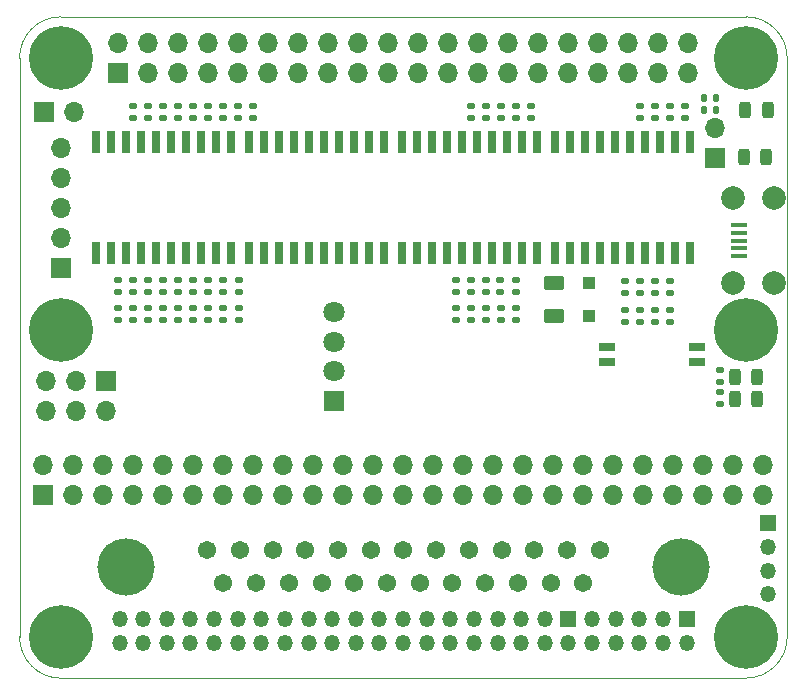
<source format=gts>
G04 #@! TF.GenerationSoftware,KiCad,Pcbnew,(6.0.0)*
G04 #@! TF.CreationDate,2022-02-12T17:19:00-06:00*
G04 #@! TF.ProjectId,rascsi_2p5,72617363-7369-45f3-9270-352e6b696361,rev?*
G04 #@! TF.SameCoordinates,PX59d60c0PY325aa00*
G04 #@! TF.FileFunction,Soldermask,Top*
G04 #@! TF.FilePolarity,Negative*
%FSLAX46Y46*%
G04 Gerber Fmt 4.6, Leading zero omitted, Abs format (unit mm)*
G04 Created by KiCad (PCBNEW (6.0.0)) date 2022-02-12 17:19:00*
%MOMM*%
%LPD*%
G01*
G04 APERTURE LIST*
G04 Aperture macros list*
%AMRoundRect*
0 Rectangle with rounded corners*
0 $1 Rounding radius*
0 $2 $3 $4 $5 $6 $7 $8 $9 X,Y pos of 4 corners*
0 Add a 4 corners polygon primitive as box body*
4,1,4,$2,$3,$4,$5,$6,$7,$8,$9,$2,$3,0*
0 Add four circle primitives for the rounded corners*
1,1,$1+$1,$2,$3*
1,1,$1+$1,$4,$5*
1,1,$1+$1,$6,$7*
1,1,$1+$1,$8,$9*
0 Add four rect primitives between the rounded corners*
20,1,$1+$1,$2,$3,$4,$5,0*
20,1,$1+$1,$4,$5,$6,$7,0*
20,1,$1+$1,$6,$7,$8,$9,0*
20,1,$1+$1,$8,$9,$2,$3,0*%
G04 Aperture macros list end*
G04 #@! TA.AperFunction,Profile*
%ADD10C,0.050000*%
G04 #@! TD*
%ADD11RoundRect,0.243750X0.243750X0.456250X-0.243750X0.456250X-0.243750X-0.456250X0.243750X-0.456250X0*%
%ADD12C,0.800000*%
%ADD13C,5.400000*%
%ADD14R,1.700000X1.700000*%
%ADD15O,1.700000X1.700000*%
%ADD16RoundRect,0.135000X-0.185000X0.135000X-0.185000X-0.135000X0.185000X-0.135000X0.185000X0.135000X0*%
%ADD17RoundRect,0.250000X0.625000X-0.375000X0.625000X0.375000X-0.625000X0.375000X-0.625000X-0.375000X0*%
%ADD18R,0.650000X1.950000*%
%ADD19RoundRect,0.135000X-0.135000X-0.185000X0.135000X-0.185000X0.135000X0.185000X-0.135000X0.185000X0*%
%ADD20RoundRect,0.135000X0.185000X-0.135000X0.185000X0.135000X-0.185000X0.135000X-0.185000X-0.135000X0*%
%ADD21R,1.425000X0.750000*%
%ADD22R,1.100000X1.100000*%
%ADD23R,1.400000X0.400000*%
%ADD24C,2.000000*%
%ADD25R,1.350000X1.350000*%
%ADD26O,1.350000X1.350000*%
%ADD27R,1.800000X1.800000*%
%ADD28C,1.800000*%
%ADD29C,1.545000*%
%ADD30C,4.845000*%
G04 APERTURE END LIST*
D10*
X83800000Y10300000D02*
X141800000Y10300000D01*
X83800000Y-45696000D02*
X141800000Y-45696000D01*
X141800000Y-45696000D02*
G75*
G03*
X145300000Y-42196000I1J3499999D01*
G01*
X80300000Y6800000D02*
X80300000Y-42196000D01*
X145300000Y6800000D02*
G75*
G03*
X141800000Y10300000I-3499999J1D01*
G01*
X83800000Y10300000D02*
G75*
G03*
X80300000Y6800000I-1J-3499999D01*
G01*
X80300000Y-42196000D02*
G75*
G03*
X83800000Y-45696000I3499999J-1D01*
G01*
X145300000Y6800000D02*
X145300000Y-42196000D01*
D11*
X142767000Y-22066500D03*
X140892000Y-22066500D03*
X143641000Y2381000D03*
X141766000Y2381000D03*
X143529000Y-1556000D03*
X141654000Y-1556000D03*
D12*
X85825000Y6800000D03*
X82368109Y5368109D03*
X83800000Y8825000D03*
D13*
X83800000Y6800000D03*
D12*
X83800000Y4775000D03*
X85231891Y5368109D03*
X81775000Y6800000D03*
X85231891Y8231891D03*
X82368109Y8231891D03*
X83800000Y-18225000D03*
X81775000Y-16200000D03*
X85231891Y-17631891D03*
X82368109Y-14768109D03*
X85231891Y-14768109D03*
D13*
X83800000Y-16200000D03*
D12*
X85825000Y-16200000D03*
X82368109Y-17631891D03*
X83800000Y-14175000D03*
X85231891Y-40768109D03*
X83800000Y-44225000D03*
X82368109Y-40768109D03*
X81775000Y-42200000D03*
X85231891Y-43631891D03*
X83800000Y-40175000D03*
X82368109Y-43631891D03*
X85825000Y-42200000D03*
D13*
X83800000Y-42200000D03*
D14*
X83810000Y-10980000D03*
D15*
X83810000Y-8440000D03*
X83810000Y-5900000D03*
X83810000Y-3360000D03*
X83810000Y-820000D03*
D12*
X141800000Y-18225000D03*
X140368109Y-17631891D03*
D13*
X141800000Y-16200000D03*
D12*
X143825000Y-16200000D03*
X141800000Y-14175000D03*
X143231891Y-17631891D03*
X143231891Y-14768109D03*
X139775000Y-16200000D03*
X140368109Y-14768109D03*
X141800000Y-40175000D03*
X143825000Y-42200000D03*
X140368109Y-43631891D03*
D13*
X141800000Y-42200000D03*
D12*
X141800000Y-44225000D03*
X140368109Y-40768109D03*
X143231891Y-40768109D03*
X143231891Y-43631891D03*
X139775000Y-42200000D03*
X143825000Y6800000D03*
X143231891Y5368109D03*
X141800000Y8825000D03*
X140368109Y5368109D03*
D13*
X141800000Y6800000D03*
D12*
X140368109Y8231891D03*
X141800000Y4775000D03*
X143231891Y8231891D03*
X139775000Y6800000D03*
D16*
X122335000Y-11968000D03*
X122335000Y-12988000D03*
D17*
X125573500Y-15024000D03*
X125573500Y-12224000D03*
D18*
X99729000Y-9710000D03*
X100999000Y-9710000D03*
X102269000Y-9710000D03*
X103539000Y-9710000D03*
X104809000Y-9710000D03*
X106079000Y-9710000D03*
X107349000Y-9710000D03*
X108619000Y-9710000D03*
X109889000Y-9710000D03*
X111159000Y-9710000D03*
X111159000Y-260000D03*
X109889000Y-260000D03*
X108619000Y-260000D03*
X107349000Y-260000D03*
X106079000Y-260000D03*
X104809000Y-260000D03*
X103539000Y-260000D03*
X102269000Y-260000D03*
X100999000Y-260000D03*
X99729000Y-260000D03*
X124113000Y-260000D03*
X122843000Y-260000D03*
X121573000Y-260000D03*
X120303000Y-260000D03*
X119033000Y-260000D03*
X117763000Y-260000D03*
X116493000Y-260000D03*
X115223000Y-260000D03*
X113953000Y-260000D03*
X112683000Y-260000D03*
X112683000Y-9710000D03*
X113953000Y-9710000D03*
X115223000Y-9710000D03*
X116493000Y-9710000D03*
X117763000Y-9710000D03*
X119033000Y-9710000D03*
X120303000Y-9710000D03*
X121573000Y-9710000D03*
X122843000Y-9710000D03*
X124113000Y-9710000D03*
D19*
X138248500Y3460500D03*
X139268500Y3460500D03*
D16*
X139607000Y-21493000D03*
X139607000Y-22513000D03*
X132812500Y2741000D03*
X132812500Y1721000D03*
X134082500Y2741000D03*
X134082500Y1721000D03*
X135352500Y2741000D03*
X135352500Y1721000D03*
X118525000Y2741000D03*
X118525000Y1721000D03*
X121065000Y2741000D03*
X121065000Y1721000D03*
X122335000Y2741000D03*
X122335000Y1721000D03*
X123605000Y2741000D03*
X123605000Y1721000D03*
X91220000Y2741000D03*
X91220000Y1721000D03*
X92490000Y2741000D03*
X92490000Y1721000D03*
X96300000Y2741000D03*
X96300000Y1721000D03*
X97570000Y2741000D03*
X97570000Y1721000D03*
X98840000Y2741000D03*
X98840000Y1721000D03*
X100110000Y2741000D03*
X100110000Y1721000D03*
X131542500Y-12095000D03*
X131542500Y-13115000D03*
X132812500Y-12095000D03*
X132812500Y-13115000D03*
X134082500Y-12095000D03*
X134082500Y-13115000D03*
X135352500Y-12095000D03*
X135352500Y-13115000D03*
X117255000Y-11968000D03*
X117255000Y-12988000D03*
X118525000Y-11968000D03*
X118525000Y-12988000D03*
X119795000Y-11968000D03*
X119795000Y-12988000D03*
X121001500Y-11968000D03*
X121001500Y-12988000D03*
X91220000Y-11968000D03*
X91220000Y-12988000D03*
X92490000Y-11968000D03*
X92490000Y-12988000D03*
X93760000Y-11968000D03*
X93760000Y-12988000D03*
X94966500Y-11968000D03*
X94966500Y-12988000D03*
X96300000Y-11968000D03*
X96300000Y-12988000D03*
X97570000Y-11968000D03*
X97570000Y-12988000D03*
X98897500Y-11968000D03*
X98897500Y-12988000D03*
D20*
X131542500Y-15512501D03*
X131542500Y-14492501D03*
X132812500Y-15512501D03*
X132812500Y-14492501D03*
X134082500Y-15512501D03*
X134082500Y-14492501D03*
X135352500Y-15512501D03*
X135352500Y-14492501D03*
X117255000Y-15337500D03*
X117255000Y-14317500D03*
X118525000Y-15337500D03*
X118525000Y-14317500D03*
X119795000Y-15337500D03*
X119795000Y-14317500D03*
X121065000Y-15337500D03*
X121065000Y-14317500D03*
X122335000Y-15337500D03*
X122335000Y-14317500D03*
X88680000Y-15337500D03*
X88680000Y-14317500D03*
X89950000Y-15337500D03*
X89950000Y-14317500D03*
X91220000Y-15337500D03*
X91220000Y-14317500D03*
X92490000Y-15337500D03*
X92490000Y-14317500D03*
X93760000Y-15337500D03*
X93760000Y-14317500D03*
X95030000Y-15337500D03*
X95030000Y-14317500D03*
X96300000Y-15337500D03*
X96300000Y-14317500D03*
X97570000Y-15337500D03*
X97570000Y-14317500D03*
X98897500Y-15337500D03*
X98897500Y-14317500D03*
D16*
X95030000Y2741000D03*
X95030000Y1721000D03*
X89950000Y2741000D03*
X89950000Y1721000D03*
X93760000Y2741000D03*
X93760000Y1721000D03*
X88680000Y-11968000D03*
X88680000Y-12988000D03*
X89950000Y-11968000D03*
X89950000Y-12988000D03*
D18*
X137067000Y-260000D03*
X135797000Y-260000D03*
X134527000Y-260000D03*
X133257000Y-260000D03*
X131987000Y-260000D03*
X130717000Y-260000D03*
X129447000Y-260000D03*
X128177000Y-260000D03*
X126907000Y-260000D03*
X125637000Y-260000D03*
X125637000Y-9710000D03*
X126907000Y-9710000D03*
X128177000Y-9710000D03*
X129447000Y-9710000D03*
X130717000Y-9710000D03*
X131987000Y-9710000D03*
X133257000Y-9710000D03*
X134527000Y-9710000D03*
X135797000Y-9710000D03*
X137067000Y-9710000D03*
D16*
X139607000Y-19588000D03*
X139607000Y-20608000D03*
D21*
X130016500Y-17621500D03*
X130016500Y-18891500D03*
X137640500Y-18891500D03*
X137640500Y-17621500D03*
D22*
X128494500Y-12220000D03*
X128494500Y-15020000D03*
D18*
X86775000Y-9710000D03*
X88045000Y-9710000D03*
X89315000Y-9710000D03*
X90585000Y-9710000D03*
X91855000Y-9710000D03*
X93125000Y-9710000D03*
X94395000Y-9710000D03*
X95665000Y-9710000D03*
X96935000Y-9710000D03*
X98205000Y-9710000D03*
X98205000Y-260000D03*
X96935000Y-260000D03*
X95665000Y-260000D03*
X94395000Y-260000D03*
X93125000Y-260000D03*
X91855000Y-260000D03*
X90585000Y-260000D03*
X89315000Y-260000D03*
X88045000Y-260000D03*
X86775000Y-260000D03*
D14*
X82380000Y2280000D03*
D15*
X84920000Y2280000D03*
D11*
X142767000Y-20161500D03*
X140892000Y-20161500D03*
D19*
X138248500Y2444500D03*
X139268500Y2444500D03*
D23*
X141205000Y-9960000D03*
X141205000Y-9310000D03*
X141205000Y-8660000D03*
X141205000Y-8010000D03*
X141205000Y-7360000D03*
D24*
X144155000Y-12235000D03*
X144155000Y-5085000D03*
X140705000Y-5085000D03*
X140705000Y-12235000D03*
D14*
X82266500Y-30194500D03*
D15*
X82266500Y-27654500D03*
X84806500Y-30194500D03*
X84806500Y-27654500D03*
X87346500Y-30194500D03*
X87346500Y-27654500D03*
X89886500Y-30194500D03*
X89886500Y-27654500D03*
X92426500Y-30194500D03*
X92426500Y-27654500D03*
X94966500Y-30194500D03*
X94966500Y-27654500D03*
X97506500Y-30194500D03*
X97506500Y-27654500D03*
X100046500Y-30194500D03*
X100046500Y-27654500D03*
X102586500Y-30194500D03*
X102586500Y-27654500D03*
X105126500Y-30194500D03*
X105126500Y-27654500D03*
X107666500Y-30194500D03*
X107666500Y-27654500D03*
X110206500Y-30194500D03*
X110206500Y-27654500D03*
X112746500Y-30194500D03*
X112746500Y-27654500D03*
X115286500Y-30194500D03*
X115286500Y-27654500D03*
X117826500Y-30194500D03*
X117826500Y-27654500D03*
X120366500Y-30194500D03*
X120366500Y-27654500D03*
X122906500Y-30194500D03*
X122906500Y-27654500D03*
X125446500Y-30194500D03*
X125446500Y-27654500D03*
X127986500Y-30194500D03*
X127986500Y-27654500D03*
X130526500Y-30194500D03*
X130526500Y-27654500D03*
X133066500Y-30194500D03*
X133066500Y-27654500D03*
X135606500Y-30194500D03*
X135606500Y-27654500D03*
X138146500Y-30194500D03*
X138146500Y-27654500D03*
X140686500Y-30194500D03*
X140686500Y-27654500D03*
X143226500Y-30194500D03*
X143226500Y-27654500D03*
D25*
X136772000Y-40688000D03*
D26*
X136772000Y-42688000D03*
X134772000Y-40688000D03*
X134772000Y-42688000D03*
X132772000Y-40688000D03*
X132772000Y-42688000D03*
X130772000Y-40688000D03*
X130772000Y-42688000D03*
X128772000Y-40688000D03*
X128772000Y-42688000D03*
D25*
X126772000Y-40688000D03*
D26*
X126772000Y-42688000D03*
X124772000Y-40688000D03*
X124772000Y-42688000D03*
X122772000Y-40688000D03*
X122772000Y-42688000D03*
X120772000Y-40688000D03*
X120772000Y-42688000D03*
X118772000Y-40688000D03*
X118772000Y-42688000D03*
X116772000Y-40688000D03*
X116772000Y-42688000D03*
X114772000Y-40688000D03*
X114772000Y-42688000D03*
X112772000Y-40688000D03*
X112772000Y-42688000D03*
X110772000Y-40688000D03*
X110772000Y-42688000D03*
X108772000Y-40688000D03*
X108772000Y-42688000D03*
X106772000Y-40688000D03*
X106772000Y-42688000D03*
X104772000Y-40688000D03*
X104772000Y-42688000D03*
X102772000Y-40688000D03*
X102772000Y-42688000D03*
X100772000Y-40688000D03*
X100772000Y-42688000D03*
X98772000Y-40688000D03*
X98772000Y-42688000D03*
X96772000Y-40688000D03*
X96772000Y-42688000D03*
X94772000Y-40688000D03*
X94772000Y-42688000D03*
X92772000Y-40688000D03*
X92772000Y-42688000D03*
X90772000Y-40688000D03*
X90772000Y-42688000D03*
X88772000Y-40688000D03*
X88772000Y-42688000D03*
D16*
X136622500Y2741000D03*
X136622500Y1721000D03*
X119795000Y2741000D03*
X119795000Y1721000D03*
D25*
X143630000Y-32592000D03*
D26*
X143630000Y-34592000D03*
X143630000Y-36592000D03*
X143630000Y-38592000D03*
D14*
X87610000Y-20500000D03*
D15*
X87610000Y-23040000D03*
X85070000Y-20500000D03*
X85070000Y-23040000D03*
X82530000Y-20500000D03*
X82530000Y-23040000D03*
D27*
X106910000Y-22200000D03*
D28*
X106910000Y-19700000D03*
X106910000Y-17200000D03*
X106910000Y-14700000D03*
D14*
X88670000Y5530000D03*
D15*
X88670000Y8070000D03*
X91210000Y5530000D03*
X91210000Y8070000D03*
X93750000Y5530000D03*
X93750000Y8070000D03*
X96290000Y5530000D03*
X96290000Y8070000D03*
X98830000Y5530000D03*
X98830000Y8070000D03*
X101370000Y5530000D03*
X101370000Y8070000D03*
X103910000Y5530000D03*
X103910000Y8070000D03*
X106450000Y5530000D03*
X106450000Y8070000D03*
X108990000Y5530000D03*
X108990000Y8070000D03*
X111530000Y5530000D03*
X111530000Y8070000D03*
X114070000Y5530000D03*
X114070000Y8070000D03*
X116610000Y5530000D03*
X116610000Y8070000D03*
X119150000Y5530000D03*
X119150000Y8070000D03*
X121690000Y5530000D03*
X121690000Y8070000D03*
X124230000Y5530000D03*
X124230000Y8070000D03*
X126770000Y5530000D03*
X126770000Y8070000D03*
X129310000Y5530000D03*
X129310000Y8070000D03*
X131850000Y5530000D03*
X131850000Y8070000D03*
X134390000Y5530000D03*
X134390000Y8070000D03*
X136930000Y5530000D03*
X136930000Y8070000D03*
D29*
X129421600Y-34830000D03*
X126651600Y-34830000D03*
X123881600Y-34830000D03*
X121111600Y-34830000D03*
X118341600Y-34830000D03*
X115571600Y-34830000D03*
X112801600Y-34830000D03*
X110031600Y-34830000D03*
X107261600Y-34830000D03*
X104491600Y-34830000D03*
X101721600Y-34830000D03*
X98951600Y-34830000D03*
X96181600Y-34830000D03*
X128036600Y-37670000D03*
X125266600Y-37670000D03*
X122496600Y-37670000D03*
X119726600Y-37670000D03*
X116956600Y-37670000D03*
X114186600Y-37670000D03*
X111416600Y-37670000D03*
X108646600Y-37670000D03*
X105876600Y-37670000D03*
X103106600Y-37670000D03*
X100336600Y-37670000D03*
X97566600Y-37670000D03*
D30*
X136321600Y-36250000D03*
X89281600Y-36250000D03*
D14*
X139226000Y-1683000D03*
D15*
X139226000Y857000D03*
M02*

</source>
